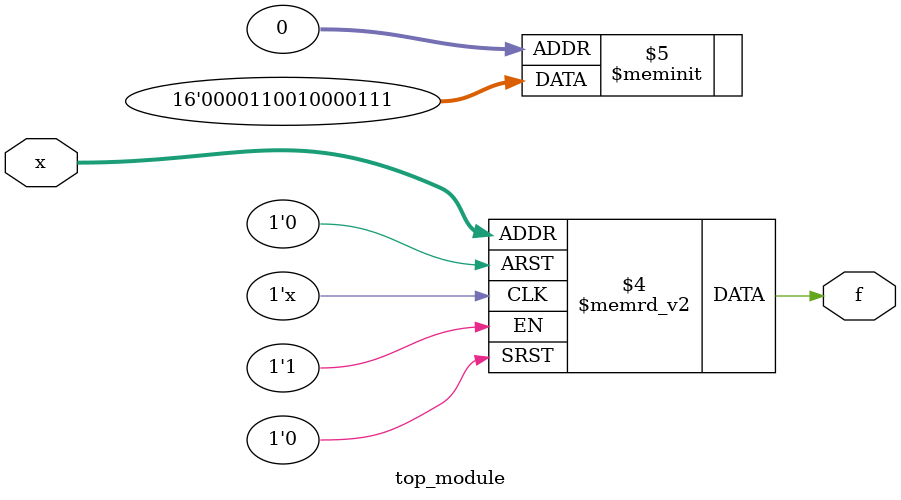
<source format=sv>
module top_module (
    input [4:1] x,
    output logic f
);

always_comb begin
    case ({x[4:3], x[2:1]})
        4'b0000: f = 1'b1;
        4'b0001: f = 1'b1;
        4'b0011: f = 1'b0;
        4'b0010: f = 1'b1;
        4'b0110: f = 1'b0;
        4'b0111: f = 1'b1;
        4'b1011: f = 1'b1;
        4'b1010: f = 1'b1;
        default: f = 1'b0;
    endcase
end

endmodule

</source>
